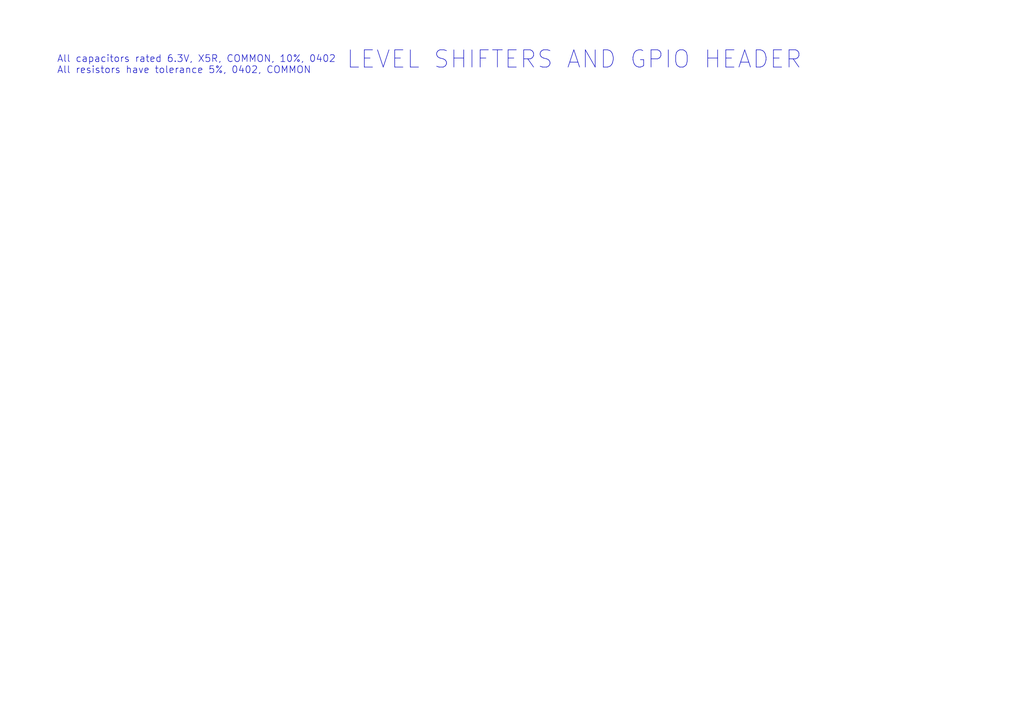
<source format=kicad_sch>
(kicad_sch
	(version 20231120)
	(generator "eeschema")
	(generator_version "8.0")
	(uuid "733ef877-b290-4055-93a8-4b6b4b957b16")
	(paper "A4")
	(title_block
		(title "Open Source Educational Baseboard")
		(date "2020-06-30")
		(rev "1.1")
		(company "NVIDIA")
	)
	(lib_symbols)
	(text "All capacitors rated 6.3V, X5R, COMMON, 10%, 0402\nAll resistors have tolerance 5%, 0402, COMMON\n"
		(exclude_from_sim no)
		(at 16.51 21.59 0)
		(effects
			(font
				(size 2.0066 2.0066)
			)
			(justify left bottom)
		)
		(uuid "9f0f1c99-262f-46c3-9379-0058f6dbfe64")
	)
	(text "LEVEL SHIFTERS AND GPIO HEADER\n"
		(exclude_from_sim no)
		(at 100.33 20.32 0)
		(effects
			(font
				(size 5.0038 5.0038)
			)
			(justify left bottom)
		)
		(uuid "ca2282cc-9f08-4b6c-b07e-12ac7229245c")
	)
)
</source>
